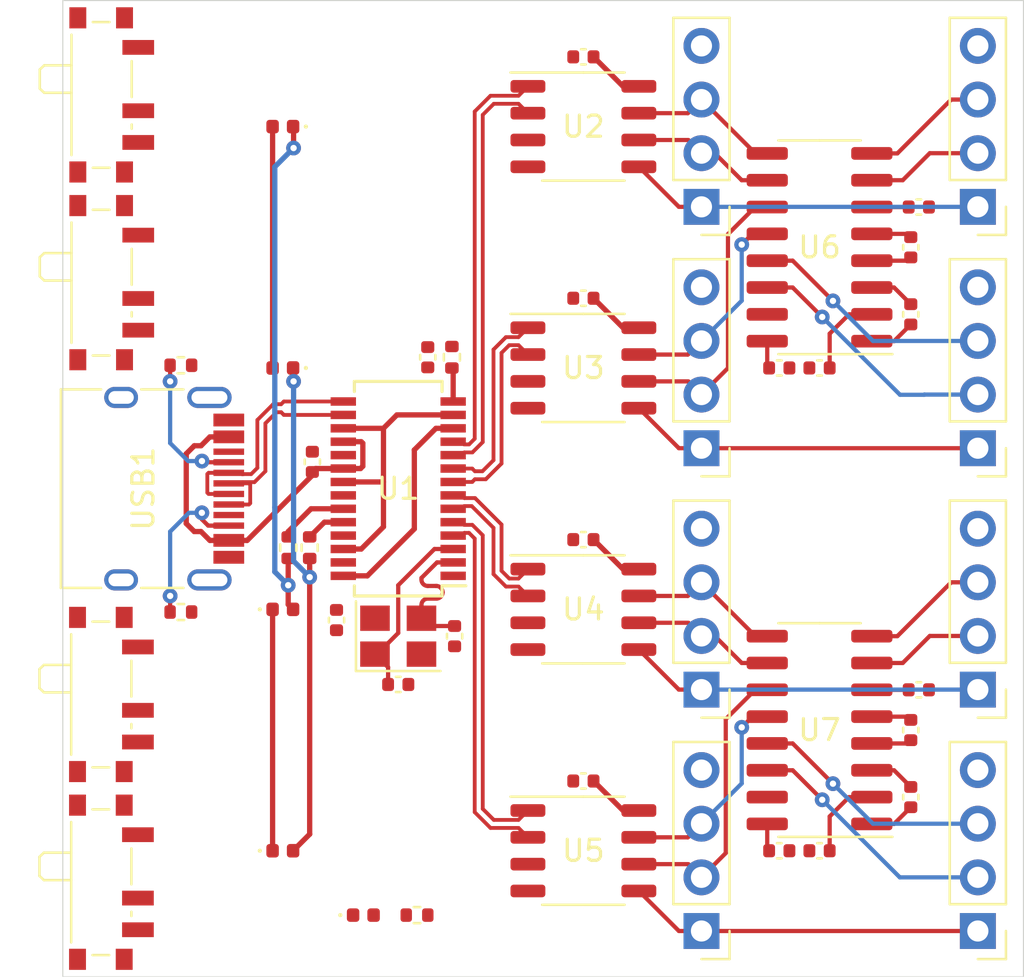
<source format=kicad_pcb>
(kicad_pcb (version 20221018) (generator pcbnew)
  (layers (0 "F.Cu" signal) (1 "In1.Cu" signal) (2 "In2.Cu" signal) (3 "In3.Cu" signal) (4 "In4.Cu" signal) (31 "B.Cu" signal) (34 "B.Paste" user) (35 "F.Paste" user) (36 "B.SilkS" user "B.Silkscreen") (37 "F.SilkS" user "F.Silkscreen") (38 "B.Mask" user) (39 "F.Mask" user) (44 "Edge.Cuts" user))
  (net 0 "")
  (net 1 "Net-(U1-LED2)")
  (net 2 "Net-(D3-K)")
  (net 3 "Net-(U1-LED1{slash}EESCL)")
  (net 4 "Net-(D1-K)")
  (net 5 "Net-(D5-K)")
  (net 6 "GND")
  (net 7 "Net-(U1-REXT)")
  (net 8 "Net-(USB1-CC2)")
  (net 9 "Net-(USB1-CC1)")
  (net 10 "D4-")
  (net 11 "D4+")
  (net 12 "D3-")
  (net 13 "D3+")
  (net 14 "D2-")
  (net 15 "D2+")
  (net 16 "D1-")
  (net 17 "D1+")
  (net 18 "+1V8")
  (net 19 "+3V3")
  (net 20 "DU-")
  (net 21 "DU+")
  (net 22 "VBUS")
  (net 23 "Net-(D1-A)")
  (net 27 "Vo4")
  (net 28 "TX4")
  (net 29 "RX4")
  (net 30 "Net-(U5-V3)")
  (net 32 "Vo3")
  (net 33 "TX3")
  (net 34 "RX3")
  (net 35 "Net-(U4-V3)")
  (net 37 "Vo2")
  (net 38 "TX2")
  (net 39 "RX2")
  (net 40 "Net-(U3-V3)")
  (net 42 "Vo1")
  (net 43 "TX1")
  (net 44 "RX1")
  (net 45 "Net-(U2-V3)")
  (net 46 "Net-(U7-C1+)")
  (net 47 "Net-(U7-VS+)")
  (net 48 "Net-(U7-C1-)")
  (net 49 "Net-(U7-C2+)")
  (net 50 "Net-(U7-C2-)")
  (net 51 "Net-(U7-VS-)")
  (net 52 "232_TX4")
  (net 53 "232_RX4")
  (net 54 "232_RX3")
  (net 55 "232_TX3")
  (net 56 "Net-(U6-C1+)")
  (net 57 "Net-(U6-VS+)")
  (net 58 "Net-(U6-C1-)")
  (net 59 "Net-(U6-C2+)")
  (net 60 "Net-(U6-C2-)")
  (net 61 "Net-(U6-VS-)")
  (net 62 "232_TX2")
  (net 63 "232_RX2")
  (net 64 "232_RX1")
  (net 65 "232_TX1")
  (net 66 "/xtal+")
  (net 67 "/xtal-")
  (footprint "Capacitor_SMD:C_0402_1005Metric" (layer "F.Cu") (at 96.139 67.945 180)
    (fp_text reference "C12" hide)
    (fp_text value "100n")
  )
  (footprint "Capacitor_SMD:C_0402_1005Metric" (layer "F.Cu") (at 80.772 80.645 90)
    (fp_text reference "C1" hide)
    (fp_text value "12p")
  )
  (footprint "Resistor_SMD:R_0402_1005Metric" (layer "F.Cu") (at 80.645 67.437 -90)
    (fp_text reference "R3" hide)
    (fp_text value "2k7")
  )
  (footprint "Diode_SMD:D_0402_1005Metric" (layer "F.Cu") (at 72.644 90.805)
    (fp_text reference "D4" hide)
    (fp_text value "LED")
  )
  (footprint "Capacitor_SMD:C_0402_1005Metric" (layer "F.Cu") (at 86.868 76.073)
    (fp_text reference "C8" hide)
    (fp_text value "100n")
  )
  (footprint "Capacitor_SMD:C_0402_1005Metric" (layer "F.Cu") (at 98.044 90.805)
    (fp_text reference "C16" hide)
    (fp_text value "100n")
  )
  (footprint "Diode_SMD:D_0402_1005Metric" (layer "F.Cu") (at 76.454 93.853)
    (fp_text reference "D5" hide)
    (fp_text value "LED")
  )
  (footprint "Resistor_SMD:R_0402_1005Metric" (layer "F.Cu") (at 67.818 67.818)
    (fp_text reference "R1" hide)
    (fp_text value "5k1")
  )
  (footprint "Capacitor_SMD:C_0402_1005Metric" (layer "F.Cu") (at 78.105 82.931)
    (fp_text reference "C2" hide)
    (fp_text value "12p")
  )
  (footprint "Connector_USB:USB_C_Receptacle_HRO_TYPE-C-31-M-12" (layer "F.Cu") (at 66.04 73.66 -90)
    (fp_text reference "USB1")
    (fp_text value "USB_C_Receptacle_USB2.0")
  )
  (footprint "Resistor_SMD:R_0402_1005Metric" (layer "F.Cu") (at 72.898 76.454 -90)
    (fp_text reference "R4" hide)
    (fp_text value "470")
  )
  (footprint "Connector_PinHeader_2.54mm:PinHeader_1x04_P2.54mm_Vertical" (layer "F.Cu") (at 105.537 71.745 180)
    (fp_text reference "J6" hide)
    (fp_text value "Conn_01x04" hide)
  )
  (footprint "Capacitor_SMD:C_0402_1005Metric" (layer "F.Cu") (at 96.139 90.805 180)
    (fp_text reference "C13" hide)
    (fp_text value "100n")
  )
  (footprint "Package_SO:SOP-8_3.9x4.9mm_P1.27mm" (layer "F.Cu") (at 86.868 56.515)
    (fp_text reference "U2")
    (fp_text value "~")
  )
  (footprint "Package_SO:SOP-8_3.9x4.9mm_P1.27mm" (layer "F.Cu") (at 86.868 90.805)
    (fp_text reference "U5")
    (fp_text value "~")
  )
  (footprint "Capacitor_SMD:C_0402_1005Metric" (layer "F.Cu") (at 79.502 67.437 90)
    (fp_text reference "C4" hide)
    (fp_text value "10u")
  )
  (footprint "Package_SO:SSOP-28_3.9x9.9mm_P0.635mm" (layer "F.Cu") (at 78.105 73.66 180)
    (fp_text reference "U1")
    (fp_text value "FE1.1s")
  )
  (footprint "Package_SO:SOIC-16_3.9x9.9mm_P1.27mm" (layer "F.Cu") (at 98.044 62.23 180)
    (fp_text reference "U6")
    (fp_text value "MAX232")
  )
  (footprint "Capacitor_SMD:C_0402_1005Metric" (layer "F.Cu") (at 102.362 62.23 90)
    (fp_text reference "C11" hide)
    (fp_text value "100n")
  )
  (footprint "Capacitor_SMD:C_0402_1005Metric" (layer "F.Cu") (at 86.868 64.643)
    (fp_text reference "C7" hide)
    (fp_text value "100n")
  )
  (footprint "Capacitor_SMD:C_0402_1005Metric" (layer "F.Cu") (at 102.743 60.325 180)
    (fp_text reference "C19" hide)
    (fp_text value "100n")
  )
  (footprint "Capacitor_SMD:C_0402_1005Metric" (layer "F.Cu") (at 75.184 79.883 -90)
    (fp_text reference "C3" hide)
    (fp_text value "10u")
  )
  (footprint "Capacitor_SMD:C_0402_1005Metric" (layer "F.Cu") (at 102.362 65.405 90)
    (fp_text reference "C10" hide)
    (fp_text value "100n")
  )
  (footprint "Button_Switch_SMD:SW_SPDT_PCM12" (layer "F.Cu") (at 64.371 55.015 -90)
    (fp_text reference "SW2" hide)
    (fp_text value "SW_SPDT")
  )
  (footprint "Connector_PinHeader_2.54mm:PinHeader_1x04_P2.54mm_Vertical" (layer "F.Cu") (at 92.456 83.175 180)
    (fp_text reference "J2" hide)
    (fp_text value "Conn_01x04" hide)
  )
  (footprint "Package_SO:SOIC-16_3.9x9.9mm_P1.27mm" (layer "F.Cu") (at 98.044 85.09 180)
    (fp_text reference "U7")
    (fp_text value "MAX232")
  )
  (footprint "Capacitor_SMD:C_0402_1005Metric" (layer "F.Cu") (at 102.362 85.09 -90)
    (fp_text reference "C15" hide)
    (fp_text value "100n")
  )
  (footprint "Connector_PinHeader_2.54mm:PinHeader_1x04_P2.54mm_Vertical" (layer "F.Cu") (at 105.537 60.315 180)
    (fp_text reference "J5" hide)
    (fp_text value "Conn_01x04" hide)
  )
  (footprint "Connector_PinHeader_2.54mm:PinHeader_1x04_P2.54mm_Vertical" (layer "F.Cu") (at 92.456 60.315 180)
    (fp_text reference "J4" hide)
    (fp_text value "Conn_01x04" hide)
  )
  (footprint "Package_SO:SOP-8_3.9x4.9mm_P1.27mm" (layer "F.Cu") (at 86.868 79.375)
    (fp_text reference "U4")
    (fp_text value "~")
  )
  (footprint "Package_SO:SOP-8_3.9x4.9mm_P1.27mm" (layer "F.Cu") (at 86.868 67.945)
    (fp_text reference "U3")
    (fp_text value "~")
  )
  (footprint "Resistor_SMD:R_0402_1005Metric" (layer "F.Cu") (at 73.914 76.454 -90)
    (fp_text reference "R5" hide)
    (fp_text value "470")
  )
  (footprint "Capacitor_SMD:C_0402_1005Metric" (layer "F.Cu") (at 74.041 72.39 90)
    (fp_text reference "C5" hide)
    (fp_text value "10u")
  )
  (footprint "Capacitor_SMD:C_0402_1005Metric" (layer "F.Cu") (at 86.868 87.503)
    (fp_text reference "C9" hide)
    (fp_text value "100n")
  )
  (footprint "Connector_PinHeader_2.54mm:PinHeader_1x04_P2.54mm_Vertical" (layer "F.Cu") (at 105.537 94.605 180)
    (fp_text reference "J8" hide)
    (fp_text value "Conn_01x04" hide)
  )
  (footprint "Connector_PinHeader_2.54mm:PinHeader_1x04_P2.54mm_Vertical" (layer "F.Cu") (at 92.456 94.605 180)
    (fp_text reference "J1" hide)
    (fp_text value "Conn_01x04" hide)
  )
  (footprint "Connector_PinHeader_2.54mm:PinHeader_1x04_P2.54mm_Vertical" (layer "F.Cu") (at 105.537 83.175 180)
    (fp_text reference "J7" hide)
    (fp_text value "Conn_01x04" hide)
  )
  (footprint "Diode_SMD:D_0402_1005Metric" (layer "F.Cu") (at 72.644 79.375)
    (fp_text reference "D2" hide)
    (fp_text value "LED")
  )
  (footprint "Capacitor_SMD:C_0402_1005Metric" (layer "F.Cu") (at 98.044 67.945)
    (fp_text reference "C18" hide)
    (fp_text value "100n")
  )
  (footprint "Diode_SMD:D_0402_1005Metric" (layer "F.Cu") (at 72.644 56.515 180)
    (fp_text reference "D1" hide)
    (fp_text value "LED")
  )
  (footprint "Button_Switch_SMD:SW_SPDT_PCM12" (layer "F.Cu") (at 64.356 83.406 -90)
    (fp_text reference "SW3" hide)
    (fp_text value "SW_SPDT")
  )
  (footprint "Capacitor_SMD:C_0402_1005Metric" (layer "F.Cu") (at 102.743 83.185 180)
    (fp_text reference "C17" hide)
    (fp_text value "100n")
  )
  (footprint "Connector_PinHeader_2.54mm:PinHeader_1x04_P2.54mm_Vertical" (layer "F.Cu") (at 92.456 71.745 180)
    (fp_text reference "J3" hide)
    (fp_text value "Conn_01x04" hide)
  )
  (footprint "Resistor_SMD:R_0402_1005Metric" (layer "F.Cu") (at 78.994 93.853)
    (fp_text reference "R6" hide)
    (fp_text value "470")
  )
  (footprint "Button_Switch_SMD:SW_SPDT_PCM12" (layer "F.Cu") (at 64.356 92.296 -90)
    (fp_text reference "SW4" hide)
    (fp_text value "SW_SPDT")
  )
  (footprint "Capacitor_SMD:C_0402_1005Metric" (layer "F.Cu") (at 86.868 53.213)
    (fp_text reference "C6" hide)
    (fp_text value "100n")
  )
  (footprint "Capacitor_SMD:C_0402_1005Metric" (layer "F.Cu") (at 102.362 88.265 -90)
    (fp_text reference "C14" hide)
    (fp_text value "100n")
  )
  (footprint "Diode_SMD:D_0402_1005Metric" (layer "F.Cu") (at 72.644 67.945 180)
    (fp_text reference "D3" hide)
    (fp_text value "LED")
  )
  (footprint "Resistor_SMD:R_0402_1005Metric" (layer "F.Cu") (at 67.818 79.502)
    (fp_text reference "R2" hide)
    (fp_text value "5k1")
  )
  (footprint "Crystal:Crystal_SMD_3225-4Pin_3.2x2.5mm" (layer "F.Cu") (at 78.105 80.645)
    (fp_text reference "Y1" hide)
    (fp_text value "12M")
  )
  (footprint "Button_Switch_SMD:SW_SPDT_PCM12" (layer "F.Cu") (at 64.371 63.905 -90)
    (fp_text reference "SW1" hide)
    (fp_text value "SW_SPDT")
  )
  (gr_rect (start 62.23 50.546) (end 107.696 96.774) (stroke (width 0.05)) (fill none) (layer "Edge.Cuts"))
  (segment (start 75.505 75.2475) (end 74.6105 75.2475) (width 0.25) (layer "F.Cu") (net 1))
  (segment (start 74.6105 75.2475) (end 73.914 75.944) (width 0.25) (layer "F.Cu") (net 1))
  (segment (start 73.129 68.557) (end 73.152 68.58) (width 0.25) (layer "F.Cu") (net 2))
  (segment (start 73.914 77.851) (end 73.914 90.02) (width 0.25) (layer "F.Cu") (net 2))
  (segment (start 73.129 67.945) (end 73.129 68.557) (width 0.25) (layer "F.Cu") (net 2))
  (segment (start 73.914 90.02) (end 73.129 90.805) (width 0.25) (layer "F.Cu") (net 2))
  (segment (start 73.914 77.851) (end 73.914 76.964) (width 0.25) (layer "F.Cu") (net 2))
  (via (at 73.914 77.851) (size 0.7) (drill 0.3) (layers "F.Cu" "B.Cu") (net 2))
  (via (at 73.152 68.58) (size 0.7) (drill 0.3) (layers "F.Cu" "B.Cu") (net 2))
  (segment (start 73.152 68.58) (end 73.152 77.089) (width 0.25) (layer "B.Cu") (net 2))
  (segment (start 73.152 77.089) (end 73.914 77.851) (width 0.25) (layer "B.Cu") (net 2))
  (segment (start 75.505 74.6125) (end 73.9775 74.6125) (width 0.25) (layer "F.Cu") (net 3))
  (segment (start 72.898 75.692) (end 72.898 75.944) (width 0.25) (layer "F.Cu") (net 3))
  (segment (start 73.9775 74.6125) (end 72.898 75.692) (width 0.25) (layer "F.Cu") (net 3))
  (segment (start 72.898 76.964) (end 72.898 78.232) (width 0.25) (layer "F.Cu") (net 4))
  (segment (start 73.152 57.531) (end 73.152 56.538) (width 0.25) (layer "F.Cu") (net 4))
  (segment (start 72.898 78.232) (end 72.898 79.144) (width 0.25) (layer "F.Cu") (net 4))
  (segment (start 73.152 56.538) (end 73.129 56.515) (width 0.25) (layer "F.Cu") (net 4))
  (segment (start 72.898 79.144) (end 73.129 79.375) (width 0.25) (layer "F.Cu") (net 4))
  (via (at 72.898 78.232) (size 0.7) (drill 0.3) (layers "F.Cu" "B.Cu") (net 4))
  (via (at 73.152 57.531) (size 0.7) (drill 0.3) (layers "F.Cu" "B.Cu") (net 4))
  (segment (start 72.263 77.597) (end 72.263 74.549) (width 0.25) (layer "B.Cu") (net 4))
  (segment (start 72.263 74.549) (end 72.263 58.42) (width 0.25) (layer "B.Cu") (net 4))
  (segment (start 72.263 58.42) (end 73.152 57.531) (width 0.25) (layer "B.Cu") (net 4))
  (segment (start 72.898 78.232) (end 72.263 77.597) (width 0.25) (layer "B.Cu") (net 4))
  (segment (start 80.705 69.5325) (end 80.705 68.007) (width 0.25) (layer "F.Cu") (net 7))
  (segment (start 80.705 68.007) (end 80.645 67.947) (width 0.25) (layer "F.Cu") (net 7))
  (segment (start 67.31 79.5) (end 67.308 79.502) (width 0.2) (layer "F.Cu") (net 8))
  (segment (start 67.31 78.74) (end 67.31 79.5) (width 0.2) (layer "F.Cu") (net 8))
  (segment (start 69.11 75.41) (end 68.810498 75.110498) (width 0.2) (layer "F.Cu") (net 8))
  (segment (start 68.810498 75.110498) (end 68.810498 74.803) (width 0.2) (layer "F.Cu") (net 8))
  (segment (start 70.085 75.41) (end 69.11 75.41) (width 0.2) (layer "F.Cu") (net 8))
  (via (at 68.810498 74.803) (size 0.7) (drill 0.3) (layers "F.Cu" "B.Cu") (net 8))
  (via (at 67.31 78.74) (size 0.7) (drill 0.3) (layers "F.Cu" "B.Cu") (net 8))
  (segment (start 67.31 75.692) (end 67.31 78.74) (width 0.2) (layer "B.Cu") (net 8))
  (segment (start 68.810498 74.803) (end 68.199 74.803) (width 0.2) (layer "B.Cu") (net 8))
  (segment (start 68.199 74.803) (end 67.31 75.692) (width 0.2) (layer "B.Cu") (net 8))
  (segment (start 68.87189 72.41) (end 68.815224 72.353334) (width 0.2) (layer "F.Cu") (net 9))
  (segment (start 67.31 68.58) (end 67.31 67.82) (width 0.2) (layer "F.Cu") (net 9))
  (segment (start 70.085 72.41) (end 68.87189 72.41) (width 0.2) (layer "F.Cu") (net 9))
  (segment (start 67.31 67.82) (end 67.308 67.818) (width 0.2) (layer "F.Cu") (net 9))
  (via (at 68.815224 72.353334) (size 0.7) (drill 0.3) (layers "F.Cu" "B.Cu") (net 9))
  (via (at 67.31 68.58) (size 0.7) (drill 0.3) (layers "F.Cu" "B.Cu") (net 9))
  (segment (start 68.815224 72.353334) (end 68.162334 72.353334) (width 0.2) (layer "B.Cu") (net 9))
  (segment (start 67.691 71.882) (end 67.31 71.501) (width 0.2) (layer "B.Cu") (net 9))
  (segment (start 68.162334 72.353334) (end 67.691 71.882) (width 0.2) (layer "B.Cu") (net 9))
  (segment (start 67.31 71.501) (end 67.31 68.58) (width 0.2) (layer "B.Cu") (net 9))
  (segment (start 81.725 76.024702) (end 81.725 88.978702) (width 0.18) (layer "F.Cu") (net 10))
  (segment (start 81.105 75.8825) (end 81.2325 75.755) (width 0.18) (layer "F.Cu") (net 10))
  (segment (start 81.2325 75.755) (end 81.455298 75.755) (width 0.18) (layer "F.Cu") (net 10))
  (segment (start 81.455298 75.755) (end 81.725 76.024702) (width 0.18) (layer "F.Cu") (net 10))
  (segment (start 82.471298 89.725) (end 83.798 89.725) (width 0.18) (layer "F.Cu") (net 10))
  (segment (start 83.798 89.725) (end 84.243 90.17) (width 0.18) (layer "F.Cu") (net 10))
  (segment (start 81.725 88.978702) (end 82.471298 89.725) (width 0.18) (layer "F.Cu") (net 10))
  (segment (start 80.705 75.8825) (end 81.105 75.8825) (width 0.18) (layer "F.Cu") (net 10))
  (segment (start 81.612702 75.375) (end 82.105 75.867298) (width 0.18) (layer "F.Cu") (net 11))
  (segment (start 82.105 88.821298) (end 82.628702 89.345) (width 0.18) (layer "F.Cu") (net 11))
  (segment (start 82.105 75.867298) (end 82.105 88.821298) (width 0.18) (layer "F.Cu") (net 11))
  (segment (start 81.105 75.2475) (end 81.2325 75.375) (width 0.18) (layer "F.Cu") (net 11))
  (segment (start 81.2325 75.375) (end 81.612702 75.375) (width 0.18) (layer "F.Cu") (net 11))
  (segment (start 83.798 89.345) (end 84.243 88.9) (width 0.18) (layer "F.Cu") (net 11))
  (segment (start 80.705 75.2475) (end 81.105 75.2475) (width 0.18) (layer "F.Cu") (net 11))
  (segment (start 82.628702 89.345) (end 83.798 89.345) (width 0.18) (layer "F.Cu") (net 11))
  (segment (start 82.614 77.707165) (end 82.614 75.516702) (width 0.18) (layer "F.Cu") (net 12))
  (segment (start 81.582298 74.485) (end 81.2325 74.485) (width 0.18) (layer "F.Cu") (net 12))
  (segment (start 81.105 74.6125) (end 80.705 74.6125) (width 0.18) (layer "F.Cu") (net 12))
  (segment (start 83.798 78.295) (end 83.201835 78.295) (width 0.18) (layer "F.Cu") (net 12))
  (segment (start 84.243 78.74) (end 83.798 78.295) (width 0.18) (layer "F.Cu") (net 12))
  (segment (start 83.201835 78.295) (end 82.614 77.707165) (width 0.18) (layer "F.Cu") (net 12))
  (segment (start 82.614 75.516702) (end 81.582298 74.485) (width 0.18) (layer "F.Cu") (net 12))
  (segment (start 81.2325 74.485) (end 81.105 74.6125) (width 0.18) (layer "F.Cu") (net 12))
  (segment (start 81.105 73.9775) (end 80.705 73.9775) (width 0.18) (layer "F.Cu") (net 13))
  (segment (start 83.798 77.915) (end 83.359239 77.915) (width 0.18) (layer "F.Cu") (net 13))
  (segment (start 84.243 77.47) (end 83.798 77.915) (width 0.18) (layer "F.Cu") (net 13))
  (segment (start 81.2325 74.105) (end 81.105 73.9775) (width 0.18) (layer "F.Cu") (net 13))
  (segment (start 82.994 77.549761) (end 82.994 75.359298) (width 0.18) (layer "F.Cu") (net 13))
  (segment (start 81.739702 74.105) (end 81.2325 74.105) (width 0.18) (layer "F.Cu") (net 13))
  (segment (start 83.359239 77.915) (end 82.994 77.549761) (width 0.18) (layer "F.Cu") (net 13))
  (segment (start 82.994 75.359298) (end 81.739702 74.105) (width 0.18) (layer "F.Cu") (net 13))
  (segment (start 83.359239 66.865) (end 82.994 67.230239) (width 0.18) (layer "F.Cu") (net 14))
  (segment (start 81.732501 73.215) (end 81.605001 73.3425) (width 0.18) (layer "F.Cu") (net 14))
  (segment (start 83.798 66.865) (end 83.359239 66.865) (width 0.18) (layer "F.Cu") (net 14))
  (segment (start 82.247702 73.215) (end 81.732501 73.215) (width 0.18) (layer "F.Cu") (net 14))
  (segment (start 84.243 67.31) (end 83.798 66.865) (width 0.18) (layer "F.Cu") (net 14))
  (segment (start 82.994 67.230239) (end 82.994 72.468702) (width 0.18) (layer "F.Cu") (net 14))
  (segment (start 82.994 72.468702) (end 82.247702 73.215) (width 0.18) (layer "F.Cu") (net 14))
  (segment (start 81.605001 73.3425) (end 80.705 73.3425) (width 0.18) (layer "F.Cu") (net 14))
  (segment (start 82.614 72.311298) (end 82.090298 72.835) (width 0.18) (layer "F.Cu") (net 15))
  (segment (start 83.798 66.485) (end 83.201835 66.485) (width 0.18) (layer "F.Cu") (net 15))
  (segment (start 81.732501 72.835) (end 81.605001 72.7075) (width 0.18) (layer "F.Cu") (net 15))
  (segment (start 82.090298 72.835) (end 81.732501 72.835) (width 0.18) (layer "F.Cu") (net 15))
  (segment (start 81.605001 72.7075) (end 80.705 72.7075) (width 0.18) (layer "F.Cu") (net 15))
  (segment (start 83.201835 66.485) (end 82.614 67.072835) (width 0.18) (layer "F.Cu") (net 15))
  (segment (start 82.614 67.072835) (end 82.614 72.311298) (width 0.18) (layer "F.Cu") (net 15))
  (segment (start 84.243 66.04) (end 83.798 66.485) (width 0.18) (layer "F.Cu") (net 15))
  (segment (start 81.105 72.0725) (end 81.2325 71.945) (width 0.18) (layer "F.Cu") (net 16))
  (segment (start 83.798 55.435) (end 84.243 55.88) (width 0.18) (layer "F.Cu") (net 16))
  (segment (start 82.105 71.452702) (end 82.105 55.958702) (width 0.18) (layer "F.Cu") (net 16))
  (segment (start 81.612702 71.945) (end 82.105 71.452702) (width 0.18) (layer "F.Cu") (net 16))
  (segment (start 81.2325 71.945) (end 81.612702 71.945) (width 0.18) (layer "F.Cu") (net 16))
  (segment (start 80.705 72.0725) (end 81.105 72.0725) (width 0.18) (layer "F.Cu") (net 16))
  (segment (start 82.105 55.958702) (end 82.628702 55.435) (width 0.18) (layer "F.Cu") (net 16))
  (segment (start 82.628702 55.435) (end 83.798 55.435) (width 0.18) (layer "F.Cu") (net 16))
  (segment (start 81.725 71.295298) (end 81.725 55.801298) (width 0.18) (layer "F.Cu") (net 17))
  (segment (start 80.705 71.4375) (end 81.105 71.4375) (width 0.18) (layer "F.Cu") (net 17))
  (segment (start 82.471298 55.055) (end 83.798 55.055) (width 0.18) (layer "F.Cu") (net 17))
  (segment (start 81.2325 71.565) (end 81.455298 71.565) (width 0.18) (layer "F.Cu") (net 17))
  (segment (start 81.455298 71.565) (end 81.725 71.295298) (width 0.18) (layer "F.Cu") (net 17))
  (segment (start 81.725 55.801298) (end 82.471298 55.055) (width 0.18) (layer "F.Cu") (net 17))
  (segment (start 83.798 55.055) (end 84.243 54.61) (width 0.18) (layer "F.Cu") (net 17))
  (segment (start 81.105 71.4375) (end 81.2325 71.565) (width 0.18) (layer "F.Cu") (net 17))
  (segment (start 78.867 71.8255) (end 79.89 70.8025) (width 0.25) (layer "F.Cu") (net 18))
  (segment (start 78.867 75.565) (end 78.867 71.8255) (width 0.25) (layer "F.Cu") (net 18))
  (segment (start 76.6445 77.7875) (end 78.867 75.565) (width 0.25) (layer "F.Cu") (net 18))
  (segment (start 79.89 70.8025) (end 80.705 70.8025) (width 0.25) (layer "F.Cu") (net 18))
  (segment (start 75.505 77.7875) (end 76.6445 77.7875) (width 0.25) (layer "F.Cu") (net 18))
  (segment (start 75.505 70.8025) (end 77.4065 70.8025) (width 0.25) (layer "F.Cu") (net 19))
  (segment (start 76.355 76.5175) (end 77.4065 75.466) (width 0.25) (layer "F.Cu") (net 19))
  (segment (start 78.0415 70.1675) (end 80.705 70.1675) (width 0.25) (layer "F.Cu") (net 19))
  (segment (start 77.4065 75.466) (end 77.4065 70.8025) (width 0.25) (layer "F.Cu") (net 19))
  (segment (start 77.4065 70.8025) (end 78.0415 70.1675) (width 0.25) (layer "F.Cu") (net 19))
  (segment (start 75.505 73.3425) (end 77.4065 73.3425) (width 0.25) (layer "F.Cu") (net 19))
  (segment (start 75.505 76.5175) (end 76.355 76.5175) (width 0.25) (layer "F.Cu") (net 19))
  (segment (start 71.144944 72.97) (end 71.438 72.676944) (width 0.18) (layer "F.Cu") (net 20))
  (segment (start 70.085 72.91) (end 70.66 72.91) (width 0.18) (layer "F.Cu") (net 20))
  (segment (start 69.13 73.91) (end 69.07 73.85) (width 0.18) (layer "F.Cu") (net 20))
  (segment (start 69.07 72.97) (end 69.13 72.91) (width 0.18) (layer "F.Cu") (net 20))
  (segment (start 69.07 73.85) (end 69.07 72.97) (width 0.18) (layer "F.Cu") (net 20))
  (segment (start 71.438 70.409796) (end 72.187796 69.66) (width 0.18) (layer "F.Cu") (net 20))
  (segment (start 70.085 73.91) (end 69.13 73.91) (width 0.18) (layer "F.Cu") (net 20))
  (segment (start 70.72 72.97) (end 71.144944 72.97) (width 0.18) (layer "F.Cu") (net 20))
  (segment (start 69.13 72.91) (end 70.085 72.91) (width 0.18) (layer "F.Cu") (net 20))
  (segment (start 72.5645 69.66) (end 72.692 69.5325) (width 0.18) (layer "F.Cu") (net 20))
  (segment (start 70.66 72.91) (end 70.72 72.97) (width 0.18) (layer "F.Cu") (net 20))
  (segment (start 72.692 69.5325) (end 75.505 69.5325) (width 0.18) (layer "F.Cu") (net 20))
  (segment (start 72.187796 69.66) (end 72.5645 69.66) (width 0.18) (layer "F.Cu") (net 20))
  (segment (start 71.438 72.676944) (end 71.438 70.409796) (width 0.18) (layer "F.Cu") (net 20))
  (segment (start 71.302348 73.35) (end 71.818 72.834348) (width 0.18) (layer "F.Cu") (net 21))
  (segment (start 72.5645 70.04) (end 72.692 70.1675) (width 0.18) (layer "F.Cu") (net 21))
  (segment (start 70.66 73.41) (end 70.72 73.35) (width 0.18) (layer "F.Cu") (net 21))
  (segment (start 71.818 72.834348) (end 71.818 70.5672) (width 0.18) (layer "F.Cu") (net 21))
  (segment (start 71.1 73.47) (end 71.04 73.41) (width 0.18) (layer "F.Cu") (net 21))
  (segment (start 71.1 74.35) (end 71.1 73.47) (width 0.18) (layer "F.Cu") (net 21))
  (segment (start 70.72 73.35) (end 71.302348 73.35) (width 0.18) (layer "F.Cu") (net 21))
  (segment (start 71.04 74.41) (end 71.1 74.35) (width 0.18) (layer "F.Cu") (net 21))
  (segment (start 71.04 73.41) (end 70.085 73.41) (width 0.18) (layer "F.Cu") (net 21))
  (segment (start 71.818 70.5672) (end 72.3452 70.04) (width 0.18) (layer "F.Cu") (net 21))
  (segment (start 72.692 70.1675) (end 75.505 70.1675) (width 0.18) (layer "F.Cu") (net 21))
  (segment (start 70.085 74.41) (end 71.04 74.41) (width 0.18) (layer "F.Cu") (net 21))
  (segment (start 72.3452 70.04) (end 72.5645 70.04) (width 0.18) (layer "F.Cu") (net 21))
  (segment (start 70.085 73.41) (end 70.66 73.41) (width 0.18) (layer "F.Cu") (net 21))
  (segment (start 76.43 71.5125) (end 76.43 72.5975) (width 0.25) (layer "F.Cu") (net 22))
  (segment (start 68.453 71.628) (end 68.771949 71.628) (width 0.25) (layer "F.Cu") (net 22))
  (segment (start 74.041 73.025) (end 74.041 72.87) (width 0.25) (layer "F.Cu") (net 22))
  (segment (start 69.189949 71.21) (end 70.085 71.21) (width 0.25) (layer "F.Cu") (net 22))
  (segment (start 70.085 76.11) (end 70.956 76.11) (width 0.25) (layer "F.Cu") (net 22))
  (segment (start 76.355 71.4375) (end 76.43 71.5125) (width 0.25) (layer "F.Cu") (net 22))
  (segment (start 95.569 66.675) (end 95.569 67.855) (width 0.2) (layer "F.Cu") (net 22))
  (segment (start 68.072 72.009) (end 68.453 71.628) (width 0.25) (layer "F.Cu") (net 22))
  (segment (start 75.505 72.7075) (end 74.2035 72.7075) (width 0.25) (layer "F.Cu") (net 22))
  (segment (start 95.569 89.535) (end 95.569 90.715) (width 0.2) (layer "F.Cu") (net 22))
  (segment (start 70.085 76.11) (end 69.189949 76.11) (width 0.25) (layer "F.Cu") (net 22))
  (segment (start 68.453 75.692) (end 68.072 75.311) (width 0.25) (layer "F.Cu") (net 22))
  (segment (start 95.569 67.855) (end 95.659 67.945) (width 0.2) (layer "F.Cu") (net 22))
  (segment (start 69.189949 76.11) (end 68.771949 75.692) (width 0.25) (layer "F.Cu") (net 22))
  (segment (start 70.956 76.11) (end 74.041 73.025) (width 0.25) (layer "F.Cu") (net 22))
  (segment (start 76.43 72.5975) (end 76.32 72.7075) (width 0.25) (layer "F.Cu") (net 22))
  (segment (start 68.771949 71.628) (end 69.189949 71.21) (width 0.25) (layer "F.Cu") (net 22))
  (segment (start 95.569 90.715) (end 95.659 90.805) (width 0.2) (layer "F.Cu") (net 22))
  (segment (start 74.2035 72.7075) (end 74.041 72.87) (width 0.25) (layer "F.Cu") (net 22))
  (segment (start 76.32 72.7075) (end 75.505 72.7075) (width 0.25) (layer "F.Cu") (net 22))
  (segment (start 68.072 75.311) (end 68.072 72.009) (width 0.25) (layer "F.Cu") (net 22))
  (segment (start 68.771949 75.692) (end 68.453 75.692) (width 0.25) (layer "F.Cu") (net 22))
  (segment (start 75.505 71.4375) (end 76.355 71.4375) (width 0.25) (layer "F.Cu") (net 22))
  (segment (start 72.159 56.515) (end 72.159 67.945) (width 0.25) (layer "F.Cu") (net 23))
  (segment (start 72.159 79.375) (end 72.159 90.805) (width 0.25) (layer "F.Cu") (net 23))
  (segment (start 91.388 94.605) (end 92.456 94.605) (width 0.2) (layer "F.Cu") (net 27))
  (segment (start 89.493 92.71) (end 91.388 94.605) (width 0.2) (layer "F.Cu") (net 27))
  (segment (start 92.456 94.605) (end 105.537 94.605) (width 0.2) (layer "F.Cu") (net 27))
  (segment (start 91.831 91.44) (end 92.456 92.065) (width 0.2) (layer "F.Cu") (net 28))
  (segment (start 93.606 84.575) (end 94.996 83.185) (width 0.2) (layer "F.Cu") (net 28))
  (segment (start 89.493 91.44) (end 91.831 91.44) (width 0.2) (layer "F.Cu") (net 28))
  (segment (start 93.606 90.915) (end 93.606 84.575) (width 0.2) (layer "F.Cu") (net 28))
  (segment (start 92.456 92.065) (end 93.606 90.915) (width 0.2) (layer "F.Cu") (net 28))
  (segment (start 94.996 83.185) (end 95.569 83.185) (width 0.2) (layer "F.Cu") (net 28))
  (segment (start 89.493 90.17) (end 91.811 90.17) (width 0.2) (layer "F.Cu") (net 29))
  (segment (start 95.569 84.455) (end 94.869 84.455) (width 0.2) (layer "F.Cu") (net 29))
  (segment (start 94.869 84.455) (end 94.361 84.963) (width 0.2) (layer "F.Cu") (net 29))
  (segment (start 91.811 90.17) (end 92.456 89.525) (width 0.2) (layer "F.Cu") (net 29))
  (via (at 94.361 84.963) (size 0.7) (drill 0.3) (layers "F.Cu" "B.Cu") (net 29))
  (segment (start 92.456 89.525) (end 94.361 87.62) (width 0.2) (layer "B.Cu") (net 29))
  (segment (start 94.361 87.62) (end 94.361 84.963) (width 0.2) (layer "B.Cu") (net 29))
  (segment (start 88.745 88.9) (end 89.493 88.9) (width 0.25) (layer "F.Cu") (net 30))
  (segment (start 87.348 87.503) (end 88.745 88.9) (width 0.25) (layer "F.Cu") (net 30))
  (segment (start 91.388 83.175) (end 92.456 83.175) (width 0.2) (layer "F.Cu") (net 32))
  (segment (start 89.493 81.28) (end 91.388 83.175) (width 0.2) (layer "F.Cu") (net 32))
  (segment (start 92.456 83.175) (end 105.537 83.175) (width 0.2) (layer "B.Cu") (net 32))
  (segment (start 92.456 80.635) (end 93.081 80.635) (width 0.2) (layer "F.Cu") (net 33))
  (segment (start 94.361 81.915) (end 95.569 81.915) (width 0.2) (layer "F.Cu") (net 33))
  (segment (start 91.831 80.01) (end 92.456 80.635) (width 0.2) (layer "F.Cu") (net 33))
  (segment (start 89.493 80.01) (end 91.831 80.01) (width 0.2) (layer "F.Cu") (net 33))
  (segment (start 93.081 80.635) (end 94.361 81.915) (width 0.2) (layer "F.Cu") (net 33))
  (segment (start 89.493 78.74) (end 91.811 78.74) (width 0.2) (layer "F.Cu") (net 34))
  (segment (start 91.811 78.74) (end 92.456 78.095) (width 0.2) (layer "F.Cu") (net 34))
  (segment (start 92.456 78.095) (end 95.006 80.645) (width 0.2) (layer "F.Cu") (net 34))
  (segment (start 95.006 80.645) (end 95.569 80.645) (width 0.2) (layer "F.Cu") (net 34))
  (segment (start 87.348 76.073) (end 88.745 77.47) (width 0.25) (layer "F.Cu") (net 35))
  (segment (start 88.745 77.47) (end 89.493 77.47) (width 0.25) (layer "F.Cu") (net 35))
  (segment (start 92.456 71.745) (end 105.537 71.745) (width 0.2) (layer "F.Cu") (net 37))
  (segment (start 91.388 71.745) (end 92.456 71.745) (width 0.2) (layer "F.Cu") (net 37))
  (segment (start 89.493 69.85) (end 91.388 71.745) (width 0.2) (layer "F.Cu") (net 37))
  (segment (start 91.831 68.58) (end 89.493 68.58) (width 0.2) (layer "F.Cu") (net 38))
  (segment (start 93.711 61.61) (end 94.996 60.325) (width 0.2) (layer "F.Cu") (net 38))
  (segment (start 93.711 67.95) (end 93.711 61.61) (width 0.2) (layer "F.Cu") (net 38))
  (segment (start 92.456 69.205) (end 91.831 68.58) (width 0.2) (layer "F.Cu") (net 38))
  (segment (start 92.456 69.205) (end 93.711 67.95) (width 0.2) (layer "F.Cu") (net 38))
  (segment (start 94.996 60.325) (end 95.569 60.325) (width 0.2) (layer "F.Cu") (net 38))
  (segment (start 89.493 67.31) (end 91.811 67.31) (width 0.2) (layer "F.Cu") (net 39))
  (segment (start 95.569 61.595) (end 94.869 61.595) (width 0.2) (layer "F.Cu") (net 39))
  (segment (start 94.869 61.595) (end 94.361 62.103) (width 0.2) (layer "F.Cu") (net 39))
  (segment (start 91.811 67.31) (end 92.456 66.665) (width 0.2) (layer "F.Cu") (net 39))
  (via (at 94.361 62.103) (size 0.7) (drill 0.3) (layers "F.Cu" "B.Cu") (net 39))
  (segment (start 94.361 64.76) (end 92.456 66.665) (width 0.2) (layer "B.Cu") (net 39))
  (segment (start 94.361 62.103) (end 94.361 64.76) (width 0.2) (layer "B.Cu") (net 39))
  (segment (start 87.348 64.643) (end 88.745 66.04) (width 0.25) (layer "F.Cu") (net 40))
  (segment (start 88.745 66.04) (end 89.493 66.04) (width 0.25) (layer "F.Cu") (net 40))
  (segment (start 89.493 58.42) (end 91.388 60.315) (width 0.2) (layer "F.Cu") (net 42))
  (segment (start 91.388 60.315) (end 92.456 60.315) (width 0.2) (layer "F.Cu") (net 42))
  (segment (start 92.456 60.315) (end 105.537 60.315) (width 0.2) (layer "B.Cu") (net 42))
  (segment (start 93.081 57.775) (end 92.456 57.775) (width 0.2) (layer "F.Cu") (net 43))
  (segment (start 91.831 57.15) (end 89.493 57.15) (width 0.2) (layer "F.Cu") (net 43))
  (segment (start 95.569 59.055) (end 94.361 59.055) (width 0.2) (layer "F.Cu") (net 43))
  (segment (start 92.456 57.775) (end 91.831 57.15) (width 0.2) (layer "F.Cu") (net 43))
  (segment (start 94.361 59.055) (end 93.081 57.775) (width 0.2) (layer "F.Cu") (net 43))
  (segment (start 91.811 55.88) (end 92.456 55.235) (width 0.2) (layer "F.Cu") (net 44))
  (segment (start 89.493 55.88) (end 91.811 55.88) (width 0.2) (layer "F.Cu") (net 44))
  (segment (start 95.006 57.785) (end 95.569 57.785) (width 0.2) (layer "F.Cu") (net 44))
  (segment (start 92.456 55.235) (end 95.006 57.785) (width 0.2) (layer "F.Cu") (net 44))
  (segment (start 87.348 53.213) (end 88.745 54.61) (width 0.25) (layer "F.Cu") (net 45))
  (segment (start 88.745 54.61) (end 89.493 54.61) (width 0.25) (layer "F.Cu") (net 45))
  (segment (start 101.572 89.535) (end 102.362 88.745) (width 0.2) (layer "F.Cu") (net 46))
  (segment (start 100.519 89.535) (end 101.572 89.535) (width 0.2) (layer "F.Cu") (net 46))
  (segment (start 99.441 88.265) (end 100.519 88.265) (width 0.2) (layer "F.Cu") (net 47))
  (segment (start 98.524 89.182) (end 99.441 88.265) (width 0.2) (layer "F.Cu") (net 47))
  (segment (start 98.524 90.805) (end 98.524 89.182) (width 0.2) (layer "F.Cu") (net 47))
  (segment (start 100.519 86.995) (end 101.572 86.995) (width 0.2) (layer "F.Cu") (net 48))
  (segment (start 101.572 86.995) (end 102.362 87.785) (width 0.2) (layer "F.Cu") (net 48))
  (segment (start 102.207 85.725) (end 102.362 85.57) (width 0.2) (layer "F.Cu") (net 49))
  (segment (start 100.519 85.725) (end 102.207 85.725) (width 0.2) (layer "F.Cu") (net 49))
  (segment (start 102.207 84.455) (end 102.362 84.61) (width 0.2) (layer "F.Cu") (net 50))
  (segment (start 100.519 84.455) (end 102.207 84.455) (width 0.2) (layer "F.Cu") (net 50))
  (segment (start 100.519 83.185) (end 102.263 83.185) (width 0.2) (layer "F.Cu") (net 51))
  (segment (start 98.171 88.392) (end 96.774 86.995) (width 0.2) (layer "F.Cu") (net 52))
  (segment (start 96.774 86.995) (end 95.569 86.995) (width 0.2) (layer "F.Cu") (net 52))
  (via (at 98.171 88.392) (size 0.7) (drill 0.3) (layers "F.Cu" "B.Cu") (net 52))
  (segment (start 101.844 92.065) (end 105.537 92.065) (width 0.2) (layer "B.Cu") (net 52))
  (segment (start 98.171 88.392) (end 101.844 92.065) (width 0.2) (layer "B.Cu") (net 52))
  (segment (start 95.569 85.725) (end 96.774 85.725) (width 0.2) (layer "F.Cu") (net 53))
  (segment (start 96.774 85.725) (end 98.679 87.63) (width 0.2) (layer "F.Cu") (net 53))
  (via (at 98.679 87.63) (size 0.7) (drill 0.3) (layers "F.Cu" "B.Cu") (net 53))
  (segment (start 100.574 89.525) (end 105.537 89.525) (width 0.2) (layer "B.Cu") (net 53))
  (segment (start 98.679 87.63) (end 100.574 89.525) (width 0.2) (layer "B.Cu") (net 53))
  (segment (start 101.727 80.645) (end 104.277 78.095) (width 0.2) (layer "F.Cu") (net 54))
  (segment (start 100.519 80.645) (end 101.727 80.645) (width 0.2) (layer "F.Cu") (net 54))
  (segment (start 104.277 78.095) (end 105.537 78.095) (width 0.2) (layer "F.Cu") (net 54))
  (segment (start 100.519 81.915) (end 101.981 81.915) (width 0.2) (layer "F.Cu") (net 55))
  (segment (start 101.981 81.915) (end 103.261 80.635) (width 0.2) (layer "F.Cu") (net 55))
  (segment (start 103.261 80.635) (end 105.537 80.635) (width 0.2) (layer "F.Cu") (net 55))
  (segment (start 100.519 66.675) (end 101.572 66.675) (width 0.2) (layer "F.Cu") (net 56))
  (segment (start 101.572 66.675) (end 102.362 65.885) (width 0.2) (layer "F.Cu") (net 56))
  (segment (start 99.441 65.405) (end 100.519 65.405) (width 0.2) (layer "F.Cu") (net 57))
  (segment (start 98.524 66.322) (end 99.441 65.405) (width 0.2) (layer "F.Cu") (net 57))
  (segment (start 98.524 67.945) (end 98.524 66.322) (width 0.2) (layer "F.Cu") (net 57))
  (segment (start 101.572 64.135) (end 102.362 64.925) (width 0.2) (layer "F.Cu") (net 58))
  (segment (start 100.519 64.135) (end 101.572 64.135) (width 0.2) (layer "F.Cu") (net 58))
  (segment (start 100.519 62.865) (end 102.207 62.865) (width 0.2) (layer "F.Cu") (net 59))
  (segment (start 102.207 62.865) (end 102.362 62.71) (width 0.2) (layer "F.Cu") (net 59))
  (segment (start 102.207 61.595) (end 102.362 61.75) (width 0.2) (layer "F.Cu") (net 60))
  (segment (start 100.519 61.595) (end 102.207 61.595) (width 0.2) (layer "F.Cu") (net 60))
  (segment (start 100.519 60.325) (end 102.263 60.325) (width 0.2) (layer "F.Cu") (net 61))
  (segment (start 96.774 64.135) (end 98.171 65.532) (width 0.2) (layer "F.Cu") (net 62))
  (segment (start 95.569 64.135) (end 96.774 64.135) (width 0.2) (layer "F.Cu") (net 62))
  (via (at 98.171 65.532) (size 0.7) (drill 0.3) (layers "F.Cu" "B.Cu") (net 62))
  (segment (start 103.007 69.205) (end 105.537 69.205) (width 0.2) (layer "B.Cu") (net 62))
  (segment (start 101.854 69.215) (end 102.997 69.215) (width 0.2) (layer "B.Cu") (net 62))
  (segment (start 102.997 69.215) (end 103.007 69.205) (width 0.2) (layer "B.Cu") (net 62))
  (segment (start 98.171 65.532) (end 101.854 69.215) (width 0.2) (layer "B.Cu") (net 62))
  (segment (start 96.774 62.865) (end 98.679 64.77) (width 0.2) (layer "F.Cu") (net 63))
  (segment (start 95.569 62.865) (end 96.774 62.865) (width 0.2) (layer "F.Cu") (net 63))
  (via (at 98.679 64.77) (size 0.7) (drill 0.3) (layers "F.Cu" "B.Cu") (net 63))
  (segment (start 100.574 66.665) (end 98.679 64.77) (width 0.2) (layer "B.Cu") (net 63))
  (segment (start 105.537 66.665) (end 100.574 66.665) (width 0.2) (layer "B.Cu") (net 63))
  (segment (start 100.519 57.785) (end 101.727 57.785) (width 0.2) (layer "F.Cu") (net 64))
  (segment (start 104.277 55.235) (end 105.537 55.235) (width 0.2) (layer "F.Cu") (net 64))
  (segment (start 101.727 57.785) (end 104.277 55.235) (width 0.2) (layer "F.Cu") (net 64))
  (segment (start 100.519 59.055) (end 101.981 59.055) (width 0.2) (layer "F.Cu") (net 65))
  (segment (start 103.261 57.775) (end 105.537 57.775) (width 0.2) (layer "F.Cu") (net 65))
  (segment (start 101.981 59.055) (end 103.261 57.775) (width 0.2) (layer "F.Cu") (net 65))
  (segment (start 80.772 80.165) (end 79.575 80.165) (width 0.2) (layer "F.Cu") (net 66))
  (segment (start 79.205 79.167) (end 79.205 79.795) (width 0.2) (layer "F.Cu") (net 66))
  (segment (start 79.505 78.267) (end 79.905 78.267) (width 0.2) (layer "F.Cu") (net 66))
  (segment (start 79.205 77.967) (end 79.205 77.8875) (width 0.2) (layer "F.Cu") (net 66))
  (segment (start 79.205 77.8875) (end 79.94 77.1525) (width 0.2) (layer "F.Cu") (net 66))
  (segment (start 79.575 80.165) (end 79.205 79.795) (width 0.2) (layer "F.Cu") (net 66))
  (segment (start 80.705 77.1525) (end 79.94 77.1525) (width 0.2) (layer "F.Cu") (net 66))
  (segment (start 79.905 78.867) (end 79.505 78.867) (width 0.2) (layer "F.Cu") (net 66))
  (arc (start 79.505 78.867) (mid 79.292868 78.954868) (end 79.205 79.167) (width 0.2) (layer "F.Cu") (net 66))
  (arc (start 80.205 78.567) (mid 80.117132 78.779132) (end 79.905 78.867) (width 0.2) (layer "F.Cu") (net 66))
  (arc (start 79.905 78.267) (mid 80.117132 78.354868) (end 80.205 78.567) (width 0.2) (layer "F.Cu") (net 66))
  (arc (start 79.205 77.967) (mid 79.292868 78.179132) (end 79.505 78.267) (width 0.2) (layer "F.Cu") (net 66))
  (segment (start 77.625 82.931) (end 77.625 82.115) (width 0.2) (layer "F.Cu") (net 67))
  (segment (start 77.105 81.495) (end 77.005 81.495) (width 0.2) (layer "F.Cu") (net 67))
  (segment (start 78.105 80.495) (end 77.105 81.495) (width 0.2) (layer "F.Cu") (net 67))
  (segment (start 77.625 82.115) (end 77.005 81.495) (width 0.2) (layer "F.Cu") (net 67))
  (segment (start 80.705 76.5175) (end 79.8195 76.5175) (width 0.2) (layer "F.Cu") (net 67))
  (segment (start 79.8195 76.5175) (end 78.105 78.232) (width 0.2) (layer "F.Cu") (net 67))
  (segment (start 78.105 78.232) (end 78.105 80.495) (width 0.2) (layer "F.Cu") (net 67))
)
</source>
